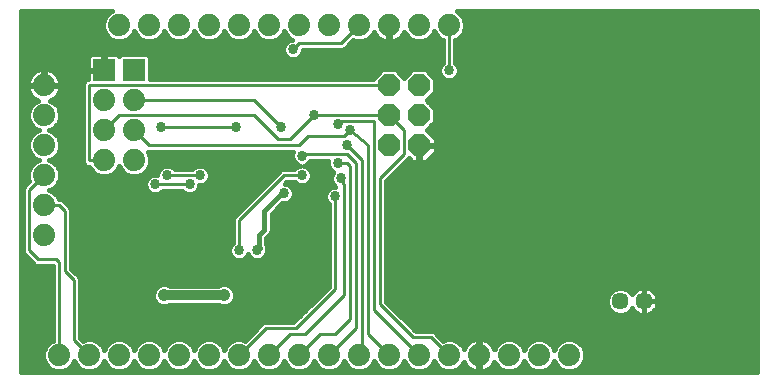
<source format=gbl>
G75*
%MOIN*%
%OFA0B0*%
%FSLAX24Y24*%
%IPPOS*%
%LPD*%
%AMOC8*
5,1,8,0,0,1.08239X$1,22.5*
%
%ADD10C,0.0740*%
%ADD11OC8,0.0740*%
%ADD12R,0.0740X0.0740*%
%ADD13C,0.0570*%
%ADD14C,0.0337*%
%ADD15C,0.0240*%
%ADD16C,0.0160*%
%ADD17C,0.0416*%
%ADD18C,0.0320*%
%ADD19C,0.0100*%
D10*
X001600Y000900D03*
X002600Y000900D03*
X003600Y000900D03*
X004600Y000900D03*
X005600Y000900D03*
X006600Y000900D03*
X007600Y000900D03*
X008600Y000900D03*
X009600Y000900D03*
X010600Y000900D03*
X011600Y000900D03*
X012600Y000900D03*
X013600Y000900D03*
X014600Y000900D03*
X015600Y000900D03*
X016600Y000900D03*
X017600Y000900D03*
X018600Y000900D03*
X004100Y007400D03*
X003100Y007400D03*
X003100Y008400D03*
X004100Y008400D03*
X004100Y009400D03*
X003100Y009400D03*
X001100Y008900D03*
X001100Y009900D03*
X001100Y007900D03*
X001100Y006900D03*
X001100Y005900D03*
X001100Y004900D03*
X003600Y011900D03*
X004600Y011900D03*
X005600Y011900D03*
X006600Y011900D03*
X007600Y011900D03*
X008600Y011900D03*
X009600Y011900D03*
X010600Y011900D03*
X011600Y011900D03*
X012600Y011900D03*
X013600Y011900D03*
X014600Y011900D03*
D11*
X013600Y009900D03*
X012600Y009900D03*
X012600Y008900D03*
X013600Y008900D03*
X013600Y007900D03*
X012600Y007900D03*
D12*
X004100Y010400D03*
X003100Y010400D03*
D13*
X020306Y002700D03*
X021094Y002700D03*
D14*
X022500Y004200D03*
X023900Y003900D03*
X023900Y002900D03*
X023900Y001800D03*
X018300Y001800D03*
X017100Y002000D03*
X016100Y002000D03*
X015100Y004700D03*
X014100Y005100D03*
X013100Y005100D03*
X010800Y006200D03*
X011000Y006800D03*
X010900Y007300D03*
X011200Y007900D03*
X011300Y008400D03*
X010900Y008600D03*
X010100Y008900D03*
X009000Y008500D03*
X007500Y008500D03*
X009700Y007550D03*
X009700Y006900D03*
X009100Y006300D03*
X008100Y006600D03*
X006300Y006900D03*
X005950Y006600D03*
X005200Y006900D03*
X004800Y006600D03*
X002500Y006150D03*
X005000Y008500D03*
X008500Y010300D03*
X009400Y011100D03*
X014600Y010400D03*
X010400Y005500D03*
X009000Y004400D03*
X008200Y004400D03*
X007600Y004400D03*
X023900Y005000D03*
D15*
X009100Y006300D02*
X009033Y006300D01*
X008265Y004465D02*
X008200Y004400D01*
D16*
X000330Y000330D02*
X000330Y012370D01*
X003350Y012370D01*
X003300Y012349D01*
X003151Y012200D01*
X003070Y012005D01*
X003070Y011795D01*
X003151Y011600D01*
X003300Y011451D01*
X003495Y011370D01*
X003705Y011370D01*
X003900Y011451D01*
X004049Y011600D01*
X004100Y011722D01*
X004151Y011600D01*
X004300Y011451D01*
X004495Y011370D01*
X004705Y011370D01*
X004900Y011451D01*
X005049Y011600D01*
X005100Y011722D01*
X005151Y011600D01*
X005300Y011451D01*
X005495Y011370D01*
X005705Y011370D01*
X005900Y011451D01*
X006049Y011600D01*
X006100Y011722D01*
X006151Y011600D01*
X006300Y011451D01*
X006495Y011370D01*
X006705Y011370D01*
X006900Y011451D01*
X007049Y011600D01*
X007100Y011722D01*
X007151Y011600D01*
X007300Y011451D01*
X007495Y011370D01*
X007705Y011370D01*
X007900Y011451D01*
X008049Y011600D01*
X008100Y011722D01*
X008151Y011600D01*
X008300Y011451D01*
X008495Y011370D01*
X008705Y011370D01*
X008900Y011451D01*
X009049Y011600D01*
X009100Y011722D01*
X009151Y011600D01*
X009300Y011451D01*
X009354Y011428D01*
X009335Y011428D01*
X009214Y011378D01*
X009122Y011286D01*
X009072Y011165D01*
X009072Y011035D01*
X009122Y010914D01*
X009214Y010822D01*
X009335Y010772D01*
X009465Y010772D01*
X009586Y010822D01*
X009678Y010914D01*
X009728Y011035D01*
X009728Y011090D01*
X011087Y011090D01*
X011404Y011407D01*
X011495Y011370D01*
X011705Y011370D01*
X011900Y011451D01*
X012049Y011600D01*
X012089Y011694D01*
X012090Y011689D01*
X012130Y011612D01*
X012180Y011542D01*
X012242Y011480D01*
X012312Y011430D01*
X012389Y011390D01*
X012471Y011364D01*
X012557Y011350D01*
X012580Y011350D01*
X012580Y011880D01*
X012620Y011880D01*
X012620Y011350D01*
X012643Y011350D01*
X012729Y011364D01*
X012811Y011390D01*
X012888Y011430D01*
X012958Y011480D01*
X013020Y011542D01*
X013070Y011612D01*
X013110Y011689D01*
X013111Y011694D01*
X013151Y011600D01*
X013300Y011451D01*
X013495Y011370D01*
X013705Y011370D01*
X013900Y011451D01*
X014049Y011600D01*
X014100Y011722D01*
X014151Y011600D01*
X014300Y011451D01*
X014390Y011413D01*
X014390Y010654D01*
X014322Y010586D01*
X014272Y010465D01*
X014272Y010335D01*
X014322Y010214D01*
X014414Y010122D01*
X014535Y010072D01*
X014665Y010072D01*
X014786Y010122D01*
X014878Y010214D01*
X014928Y010335D01*
X014928Y010465D01*
X014878Y010586D01*
X014810Y010654D01*
X014810Y011413D01*
X014900Y011451D01*
X015049Y011600D01*
X015130Y011795D01*
X015130Y012005D01*
X015049Y012200D01*
X014900Y012349D01*
X014850Y012370D01*
X024870Y012370D01*
X024870Y000330D01*
X000330Y000330D01*
X000330Y000482D02*
X001268Y000482D01*
X001300Y000451D02*
X001495Y000370D01*
X001705Y000370D01*
X001900Y000451D01*
X002049Y000600D01*
X002100Y000722D01*
X002151Y000600D01*
X002300Y000451D01*
X002495Y000370D01*
X002705Y000370D01*
X002900Y000451D01*
X003049Y000600D01*
X003100Y000722D01*
X003151Y000600D01*
X003300Y000451D01*
X003495Y000370D01*
X003705Y000370D01*
X003900Y000451D01*
X004049Y000600D01*
X004100Y000722D01*
X004151Y000600D01*
X004300Y000451D01*
X004495Y000370D01*
X004705Y000370D01*
X004900Y000451D01*
X005049Y000600D01*
X005100Y000722D01*
X005151Y000600D01*
X005300Y000451D01*
X005495Y000370D01*
X005705Y000370D01*
X005900Y000451D01*
X006049Y000600D01*
X006100Y000722D01*
X006151Y000600D01*
X006300Y000451D01*
X006495Y000370D01*
X006705Y000370D01*
X006900Y000451D01*
X007049Y000600D01*
X007100Y000722D01*
X007151Y000600D01*
X007300Y000451D01*
X007495Y000370D01*
X007705Y000370D01*
X007900Y000451D01*
X008049Y000600D01*
X008100Y000722D01*
X008151Y000600D01*
X008300Y000451D01*
X008495Y000370D01*
X008705Y000370D01*
X008900Y000451D01*
X009049Y000600D01*
X009100Y000722D01*
X009151Y000600D01*
X009300Y000451D01*
X009495Y000370D01*
X009705Y000370D01*
X009900Y000451D01*
X010049Y000600D01*
X010100Y000722D01*
X010151Y000600D01*
X010300Y000451D01*
X010495Y000370D01*
X010705Y000370D01*
X010900Y000451D01*
X011049Y000600D01*
X011100Y000722D01*
X011151Y000600D01*
X011300Y000451D01*
X011495Y000370D01*
X011705Y000370D01*
X011900Y000451D01*
X012049Y000600D01*
X012100Y000722D01*
X012151Y000600D01*
X012300Y000451D01*
X012495Y000370D01*
X012705Y000370D01*
X012900Y000451D01*
X013049Y000600D01*
X013100Y000722D01*
X013151Y000600D01*
X013300Y000451D01*
X013495Y000370D01*
X013705Y000370D01*
X013900Y000451D01*
X014049Y000600D01*
X014100Y000722D01*
X014151Y000600D01*
X014300Y000451D01*
X014495Y000370D01*
X014705Y000370D01*
X014900Y000451D01*
X015049Y000600D01*
X015089Y000694D01*
X015090Y000689D01*
X015130Y000612D01*
X015180Y000542D01*
X015242Y000480D01*
X015312Y000430D01*
X015389Y000390D01*
X015471Y000364D01*
X015557Y000350D01*
X015580Y000350D01*
X015580Y000880D01*
X015620Y000880D01*
X015620Y000350D01*
X015643Y000350D01*
X015729Y000364D01*
X015811Y000390D01*
X015888Y000430D01*
X015958Y000480D01*
X016020Y000542D01*
X016070Y000612D01*
X016110Y000689D01*
X016111Y000694D01*
X016151Y000600D01*
X016300Y000451D01*
X016495Y000370D01*
X016705Y000370D01*
X016900Y000451D01*
X017049Y000600D01*
X017100Y000722D01*
X017151Y000600D01*
X017300Y000451D01*
X017495Y000370D01*
X017705Y000370D01*
X017900Y000451D01*
X018049Y000600D01*
X018100Y000722D01*
X018151Y000600D01*
X018300Y000451D01*
X018495Y000370D01*
X018705Y000370D01*
X018900Y000451D01*
X019049Y000600D01*
X019130Y000795D01*
X019130Y001005D01*
X019049Y001200D01*
X018900Y001349D01*
X018705Y001430D01*
X018495Y001430D01*
X018300Y001349D01*
X018151Y001200D01*
X018100Y001078D01*
X018049Y001200D01*
X017900Y001349D01*
X017705Y001430D01*
X017495Y001430D01*
X017300Y001349D01*
X017151Y001200D01*
X017100Y001078D01*
X017049Y001200D01*
X016900Y001349D01*
X016705Y001430D01*
X016495Y001430D01*
X016300Y001349D01*
X016151Y001200D01*
X016111Y001106D01*
X016110Y001111D01*
X016070Y001188D01*
X016020Y001258D01*
X015958Y001320D01*
X015888Y001370D01*
X015811Y001410D01*
X015729Y001436D01*
X015643Y001450D01*
X015620Y001450D01*
X015620Y000920D01*
X015580Y000920D01*
X015580Y001450D01*
X015557Y001450D01*
X015471Y001436D01*
X015389Y001410D01*
X015312Y001370D01*
X015242Y001320D01*
X015180Y001258D01*
X015130Y001188D01*
X015090Y001111D01*
X015089Y001106D01*
X015049Y001200D01*
X014900Y001349D01*
X014705Y001430D01*
X014495Y001430D01*
X014404Y001393D01*
X014087Y001710D01*
X013487Y001710D01*
X012510Y002687D01*
X012510Y006713D01*
X013260Y007463D01*
X013372Y007350D01*
X013580Y007350D01*
X013580Y007880D01*
X013620Y007880D01*
X013620Y007920D01*
X014150Y007920D01*
X014150Y008128D01*
X013864Y008414D01*
X014130Y008680D01*
X014130Y009120D01*
X013850Y009400D01*
X014130Y009680D01*
X014130Y010120D01*
X013820Y010430D01*
X013380Y010430D01*
X013100Y010150D01*
X012820Y010430D01*
X012380Y010430D01*
X012070Y010120D01*
X012070Y010110D01*
X004630Y010110D01*
X004630Y010836D01*
X004536Y010930D01*
X003664Y010930D01*
X003614Y010880D01*
X003614Y010881D01*
X003581Y010914D01*
X003539Y010938D01*
X003494Y010950D01*
X003120Y010950D01*
X003120Y010420D01*
X003080Y010420D01*
X003080Y010950D01*
X002706Y010950D01*
X002661Y010938D01*
X002619Y010914D01*
X002586Y010881D01*
X002562Y010839D01*
X002550Y010794D01*
X002550Y010420D01*
X003080Y010420D01*
X003080Y010380D01*
X002550Y010380D01*
X002550Y010110D01*
X002513Y010110D01*
X002390Y009987D01*
X002390Y007313D01*
X002513Y007190D01*
X002613Y007190D01*
X002651Y007100D01*
X002800Y006951D01*
X002995Y006870D01*
X003205Y006870D01*
X003400Y006951D01*
X003549Y007100D01*
X003600Y007222D01*
X003651Y007100D01*
X003800Y006951D01*
X003995Y006870D01*
X004205Y006870D01*
X004400Y006951D01*
X004549Y007100D01*
X004630Y007295D01*
X004630Y007505D01*
X004554Y007690D01*
X009403Y007690D01*
X009372Y007615D01*
X009372Y007485D01*
X009422Y007364D01*
X009514Y007272D01*
X009626Y007225D01*
X009514Y007178D01*
X009446Y007110D01*
X009013Y007110D01*
X008890Y006987D01*
X007390Y005487D01*
X007390Y004654D01*
X007322Y004586D01*
X007272Y004465D01*
X007272Y004335D01*
X007322Y004214D01*
X007414Y004122D01*
X007535Y004072D01*
X007665Y004072D01*
X007786Y004122D01*
X007878Y004214D01*
X007900Y004266D01*
X007922Y004214D01*
X008014Y004122D01*
X008135Y004072D01*
X008265Y004072D01*
X008386Y004122D01*
X008478Y004214D01*
X008528Y004335D01*
X008528Y004369D01*
X008545Y004410D01*
X008545Y004521D01*
X008505Y004618D01*
X008505Y004801D01*
X008646Y004941D01*
X008683Y005029D01*
X008683Y005611D01*
X009044Y005972D01*
X009165Y005972D01*
X009286Y006022D01*
X009378Y006114D01*
X009428Y006235D01*
X009428Y006365D01*
X009378Y006486D01*
X009286Y006578D01*
X009165Y006628D01*
X009125Y006628D01*
X009187Y006690D01*
X009446Y006690D01*
X009514Y006622D01*
X009635Y006572D01*
X009765Y006572D01*
X009886Y006622D01*
X009978Y006714D01*
X010028Y006835D01*
X010028Y006965D01*
X009978Y007086D01*
X009886Y007178D01*
X009774Y007225D01*
X009886Y007272D01*
X009978Y007364D01*
X009989Y007390D01*
X010582Y007390D01*
X010572Y007365D01*
X010572Y007235D01*
X010622Y007114D01*
X010714Y007022D01*
X010744Y007009D01*
X010722Y006986D01*
X010672Y006865D01*
X010672Y006735D01*
X010722Y006614D01*
X010807Y006528D01*
X010735Y006528D01*
X010614Y006478D01*
X010522Y006386D01*
X010472Y006265D01*
X010472Y006135D01*
X010522Y006014D01*
X010590Y005946D01*
X010590Y003187D01*
X009413Y002010D01*
X008413Y002010D01*
X007796Y001393D01*
X007705Y001430D01*
X007495Y001430D01*
X007300Y001349D01*
X007151Y001200D01*
X007100Y001078D01*
X007049Y001200D01*
X006900Y001349D01*
X006705Y001430D01*
X006495Y001430D01*
X006300Y001349D01*
X006151Y001200D01*
X006100Y001078D01*
X006049Y001200D01*
X005900Y001349D01*
X005705Y001430D01*
X005495Y001430D01*
X005300Y001349D01*
X005151Y001200D01*
X005100Y001078D01*
X005049Y001200D01*
X004900Y001349D01*
X004705Y001430D01*
X004495Y001430D01*
X004300Y001349D01*
X004151Y001200D01*
X004100Y001078D01*
X004049Y001200D01*
X003900Y001349D01*
X003705Y001430D01*
X003495Y001430D01*
X003300Y001349D01*
X003151Y001200D01*
X003100Y001078D01*
X003049Y001200D01*
X002900Y001349D01*
X002705Y001430D01*
X002495Y001430D01*
X002404Y001393D01*
X002310Y001487D01*
X002310Y003487D01*
X002187Y003610D01*
X002010Y003787D01*
X002010Y005787D01*
X001887Y005910D01*
X001687Y006110D01*
X001587Y006110D01*
X001549Y006200D01*
X001400Y006349D01*
X001278Y006400D01*
X001400Y006451D01*
X001549Y006600D01*
X001630Y006795D01*
X001630Y007005D01*
X001549Y007200D01*
X001400Y007349D01*
X001278Y007400D01*
X001400Y007451D01*
X001549Y007600D01*
X001630Y007795D01*
X001630Y008005D01*
X001549Y008200D01*
X001400Y008349D01*
X001278Y008400D01*
X001400Y008451D01*
X001549Y008600D01*
X001630Y008795D01*
X001630Y009005D01*
X001549Y009200D01*
X001400Y009349D01*
X001306Y009389D01*
X001311Y009390D01*
X001388Y009430D01*
X001458Y009480D01*
X001520Y009542D01*
X001570Y009612D01*
X001610Y009689D01*
X001636Y009771D01*
X001650Y009857D01*
X001650Y009880D01*
X001120Y009880D01*
X001120Y009920D01*
X001080Y009920D01*
X001080Y010450D01*
X001057Y010450D01*
X000971Y010436D01*
X000889Y010410D01*
X000812Y010370D01*
X000742Y010320D01*
X000680Y010258D01*
X000630Y010188D01*
X000590Y010111D01*
X000564Y010029D01*
X000550Y009943D01*
X000550Y009920D01*
X001080Y009920D01*
X001080Y009880D01*
X000550Y009880D01*
X000550Y009857D01*
X000564Y009771D01*
X000590Y009689D01*
X000630Y009612D01*
X000680Y009542D01*
X000742Y009480D01*
X000812Y009430D01*
X000889Y009390D01*
X000894Y009389D01*
X000800Y009349D01*
X000651Y009200D01*
X000570Y009005D01*
X000570Y008795D01*
X000651Y008600D01*
X000800Y008451D01*
X000922Y008400D01*
X000800Y008349D01*
X000651Y008200D01*
X000570Y008005D01*
X000570Y007795D01*
X000651Y007600D01*
X000800Y007451D01*
X000922Y007400D01*
X000800Y007349D01*
X000651Y007200D01*
X000570Y007005D01*
X000570Y006795D01*
X000607Y006704D01*
X000513Y006610D01*
X000390Y006487D01*
X000390Y004313D01*
X000690Y004013D01*
X000813Y003890D01*
X001390Y003890D01*
X001390Y001387D01*
X001300Y001349D01*
X001151Y001200D01*
X001070Y001005D01*
X001070Y000795D01*
X001151Y000600D01*
X001300Y000451D01*
X001134Y000641D02*
X000330Y000641D01*
X000330Y000799D02*
X001070Y000799D01*
X001070Y000958D02*
X000330Y000958D01*
X000330Y001116D02*
X001116Y001116D01*
X001225Y001275D02*
X000330Y001275D01*
X000330Y001433D02*
X001390Y001433D01*
X001390Y001592D02*
X000330Y001592D01*
X000330Y001750D02*
X001390Y001750D01*
X001390Y001909D02*
X000330Y001909D01*
X000330Y002067D02*
X001390Y002067D01*
X001390Y002226D02*
X000330Y002226D01*
X000330Y002384D02*
X001390Y002384D01*
X001390Y002543D02*
X000330Y002543D01*
X000330Y002701D02*
X001390Y002701D01*
X001390Y002860D02*
X000330Y002860D01*
X000330Y003018D02*
X001390Y003018D01*
X001390Y003177D02*
X000330Y003177D01*
X000330Y003335D02*
X001390Y003335D01*
X001390Y003494D02*
X000330Y003494D01*
X000330Y003652D02*
X001390Y003652D01*
X001390Y003811D02*
X000330Y003811D01*
X000330Y003969D02*
X000734Y003969D01*
X000575Y004128D02*
X000330Y004128D01*
X000330Y004286D02*
X000417Y004286D01*
X000390Y004445D02*
X000330Y004445D01*
X000330Y004603D02*
X000390Y004603D01*
X000390Y004762D02*
X000330Y004762D01*
X000330Y004920D02*
X000390Y004920D01*
X000390Y005079D02*
X000330Y005079D01*
X000330Y005237D02*
X000390Y005237D01*
X000390Y005396D02*
X000330Y005396D01*
X000330Y005554D02*
X000390Y005554D01*
X000390Y005713D02*
X000330Y005713D01*
X000330Y005871D02*
X000390Y005871D01*
X000390Y006030D02*
X000330Y006030D01*
X000330Y006188D02*
X000390Y006188D01*
X000390Y006347D02*
X000330Y006347D01*
X000330Y006505D02*
X000408Y006505D01*
X000330Y006664D02*
X000567Y006664D01*
X000570Y006822D02*
X000330Y006822D01*
X000330Y006981D02*
X000570Y006981D01*
X000625Y007139D02*
X000330Y007139D01*
X000330Y007298D02*
X000748Y007298D01*
X000794Y007456D02*
X000330Y007456D01*
X000330Y007615D02*
X000645Y007615D01*
X000579Y007773D02*
X000330Y007773D01*
X000330Y007932D02*
X000570Y007932D01*
X000605Y008090D02*
X000330Y008090D01*
X000330Y008249D02*
X000699Y008249D01*
X000905Y008407D02*
X000330Y008407D01*
X000330Y008566D02*
X000685Y008566D01*
X000599Y008724D02*
X000330Y008724D01*
X000330Y008883D02*
X000570Y008883D01*
X000585Y009041D02*
X000330Y009041D01*
X000330Y009200D02*
X000650Y009200D01*
X000821Y009358D02*
X000330Y009358D01*
X000330Y009517D02*
X000706Y009517D01*
X000597Y009675D02*
X000330Y009675D01*
X000330Y009834D02*
X000554Y009834D01*
X000558Y009992D02*
X000330Y009992D01*
X000330Y010151D02*
X000610Y010151D01*
X000731Y010309D02*
X000330Y010309D01*
X000330Y010468D02*
X002550Y010468D01*
X002550Y010309D02*
X001469Y010309D01*
X001458Y010320D02*
X001388Y010370D01*
X001311Y010410D01*
X001229Y010436D01*
X001143Y010450D01*
X001120Y010450D01*
X001120Y009920D01*
X001650Y009920D01*
X001650Y009943D01*
X001636Y010029D01*
X001610Y010111D01*
X001570Y010188D01*
X001520Y010258D01*
X001458Y010320D01*
X001590Y010151D02*
X002550Y010151D01*
X002395Y009992D02*
X001642Y009992D01*
X001646Y009834D02*
X002390Y009834D01*
X002390Y009675D02*
X001603Y009675D01*
X001494Y009517D02*
X002390Y009517D01*
X002390Y009358D02*
X001379Y009358D01*
X001550Y009200D02*
X002390Y009200D01*
X002390Y009041D02*
X001615Y009041D01*
X001630Y008883D02*
X002390Y008883D01*
X002390Y008724D02*
X001601Y008724D01*
X001515Y008566D02*
X002390Y008566D01*
X002390Y008407D02*
X001295Y008407D01*
X001501Y008249D02*
X002390Y008249D01*
X002390Y008090D02*
X001595Y008090D01*
X001630Y007932D02*
X002390Y007932D01*
X002390Y007773D02*
X001621Y007773D01*
X001555Y007615D02*
X002390Y007615D01*
X002390Y007456D02*
X001406Y007456D01*
X001452Y007298D02*
X002405Y007298D01*
X002634Y007139D02*
X001575Y007139D01*
X001630Y006981D02*
X002770Y006981D01*
X003430Y006981D02*
X003770Y006981D01*
X003634Y007139D02*
X003566Y007139D01*
X004430Y006981D02*
X004878Y006981D01*
X004872Y006965D02*
X004872Y006926D01*
X004865Y006928D01*
X004735Y006928D01*
X004614Y006878D01*
X004522Y006786D01*
X004472Y006665D01*
X004472Y006535D01*
X004522Y006414D01*
X004614Y006322D01*
X004735Y006272D01*
X004865Y006272D01*
X004986Y006322D01*
X005054Y006390D01*
X005696Y006390D01*
X005764Y006322D01*
X005885Y006272D01*
X006015Y006272D01*
X006136Y006322D01*
X006228Y006414D01*
X006278Y006535D01*
X006278Y006572D01*
X006365Y006572D01*
X006486Y006622D01*
X006578Y006714D01*
X006628Y006835D01*
X006628Y006965D01*
X006578Y007086D01*
X006486Y007178D01*
X006365Y007228D01*
X006235Y007228D01*
X006114Y007178D01*
X006046Y007110D01*
X005454Y007110D01*
X005386Y007178D01*
X005265Y007228D01*
X005135Y007228D01*
X005014Y007178D01*
X004922Y007086D01*
X004872Y006965D01*
X004975Y007139D02*
X004566Y007139D01*
X004630Y007298D02*
X009488Y007298D01*
X009475Y007139D02*
X006525Y007139D01*
X006622Y006981D02*
X008884Y006981D01*
X008725Y006822D02*
X006623Y006822D01*
X006528Y006664D02*
X008567Y006664D01*
X008408Y006505D02*
X006266Y006505D01*
X006161Y006347D02*
X008250Y006347D01*
X008091Y006188D02*
X001554Y006188D01*
X001403Y006347D02*
X004589Y006347D01*
X004484Y006505D02*
X001455Y006505D01*
X001576Y006664D02*
X004472Y006664D01*
X004558Y006822D02*
X001630Y006822D01*
X001767Y006030D02*
X007933Y006030D01*
X007774Y005871D02*
X001926Y005871D01*
X002010Y005713D02*
X007616Y005713D01*
X007457Y005554D02*
X002010Y005554D01*
X002010Y005396D02*
X007390Y005396D01*
X007390Y005237D02*
X002010Y005237D01*
X002010Y005079D02*
X007390Y005079D01*
X007390Y004920D02*
X002010Y004920D01*
X002010Y004762D02*
X007390Y004762D01*
X007339Y004603D02*
X002010Y004603D01*
X002010Y004445D02*
X007272Y004445D01*
X007292Y004286D02*
X002010Y004286D01*
X002010Y004128D02*
X007408Y004128D01*
X007792Y004128D02*
X008008Y004128D01*
X008392Y004128D02*
X010590Y004128D01*
X010590Y004286D02*
X008508Y004286D01*
X008545Y004445D02*
X010590Y004445D01*
X010590Y004603D02*
X008511Y004603D01*
X008505Y004762D02*
X010590Y004762D01*
X010590Y004920D02*
X008625Y004920D01*
X008683Y005079D02*
X010590Y005079D01*
X010590Y005237D02*
X008683Y005237D01*
X008683Y005396D02*
X010590Y005396D01*
X010590Y005554D02*
X008683Y005554D01*
X008784Y005713D02*
X010590Y005713D01*
X010590Y005871D02*
X008943Y005871D01*
X009294Y006030D02*
X010515Y006030D01*
X010472Y006188D02*
X009409Y006188D01*
X009428Y006347D02*
X010505Y006347D01*
X010678Y006505D02*
X009359Y006505D01*
X009472Y006664D02*
X009161Y006664D01*
X009033Y006300D02*
X008443Y005710D01*
X008443Y005077D01*
X008265Y004900D01*
X008265Y004465D01*
X007308Y003212D02*
X007173Y003268D01*
X007027Y003268D01*
X006911Y003220D01*
X005289Y003220D01*
X005173Y003268D01*
X005027Y003268D01*
X004892Y003212D01*
X004788Y003108D01*
X004732Y002973D01*
X004732Y002827D01*
X004788Y002692D01*
X004892Y002588D01*
X005027Y002532D01*
X005173Y002532D01*
X005289Y002580D01*
X006911Y002580D01*
X007027Y002532D01*
X007173Y002532D01*
X007308Y002588D01*
X007412Y002692D01*
X007468Y002827D01*
X007468Y002973D01*
X007412Y003108D01*
X007308Y003212D01*
X007344Y003177D02*
X010580Y003177D01*
X010421Y003018D02*
X007449Y003018D01*
X007468Y002860D02*
X010263Y002860D01*
X010104Y002701D02*
X007416Y002701D01*
X007198Y002543D02*
X009946Y002543D01*
X009787Y002384D02*
X002310Y002384D01*
X002310Y002226D02*
X009629Y002226D01*
X009470Y002067D02*
X002310Y002067D01*
X002310Y001909D02*
X008312Y001909D01*
X008153Y001750D02*
X002310Y001750D01*
X002310Y001592D02*
X007995Y001592D01*
X007836Y001433D02*
X002364Y001433D01*
X002975Y001275D02*
X003225Y001275D01*
X003116Y001116D02*
X003084Y001116D01*
X003975Y001275D02*
X004225Y001275D01*
X004116Y001116D02*
X004084Y001116D01*
X004975Y001275D02*
X005225Y001275D01*
X005116Y001116D02*
X005084Y001116D01*
X005975Y001275D02*
X006225Y001275D01*
X006116Y001116D02*
X006084Y001116D01*
X006975Y001275D02*
X007225Y001275D01*
X007116Y001116D02*
X007084Y001116D01*
X007066Y000641D02*
X007134Y000641D01*
X007268Y000482D02*
X006932Y000482D01*
X006268Y000482D02*
X005932Y000482D01*
X006066Y000641D02*
X006134Y000641D01*
X005268Y000482D02*
X004932Y000482D01*
X005066Y000641D02*
X005134Y000641D01*
X004268Y000482D02*
X003932Y000482D01*
X004066Y000641D02*
X004134Y000641D01*
X003268Y000482D02*
X002932Y000482D01*
X003066Y000641D02*
X003134Y000641D01*
X002268Y000482D02*
X001932Y000482D01*
X002066Y000641D02*
X002134Y000641D01*
X002310Y002543D02*
X005002Y002543D01*
X005198Y002543D02*
X007002Y002543D01*
X004856Y003177D02*
X002310Y003177D01*
X002310Y003018D02*
X004751Y003018D01*
X004732Y002860D02*
X002310Y002860D01*
X002310Y002701D02*
X004784Y002701D01*
X002310Y003335D02*
X010590Y003335D01*
X010590Y003494D02*
X002303Y003494D01*
X002145Y003652D02*
X010590Y003652D01*
X010590Y003811D02*
X002010Y003811D01*
X002010Y003969D02*
X010590Y003969D01*
X012510Y003969D02*
X024870Y003969D01*
X024870Y003811D02*
X012510Y003811D01*
X012510Y003652D02*
X024870Y003652D01*
X024870Y003494D02*
X012510Y003494D01*
X012510Y003335D02*
X024870Y003335D01*
X024870Y003177D02*
X012510Y003177D01*
X012510Y003018D02*
X019995Y003018D01*
X020054Y003077D02*
X019929Y002952D01*
X019861Y002789D01*
X019861Y002611D01*
X019929Y002448D01*
X020054Y002323D01*
X020218Y002255D01*
X020395Y002255D01*
X020558Y002323D01*
X020684Y002448D01*
X020691Y002466D01*
X020696Y002456D01*
X020739Y002397D01*
X020791Y002345D01*
X020850Y002302D01*
X020915Y002269D01*
X020985Y002246D01*
X021057Y002235D01*
X021094Y002235D01*
X021130Y002235D01*
X021203Y002246D01*
X021272Y002269D01*
X021337Y002302D01*
X021397Y002345D01*
X021448Y002397D01*
X021491Y002456D01*
X021525Y002522D01*
X021547Y002591D01*
X021559Y002663D01*
X021559Y002700D01*
X021559Y002737D01*
X021547Y002809D01*
X021525Y002878D01*
X021491Y002944D01*
X021448Y003003D01*
X021397Y003055D01*
X021337Y003098D01*
X021272Y003131D01*
X021203Y003154D01*
X021130Y003165D01*
X021094Y003165D01*
X021094Y002700D01*
X021559Y002700D01*
X021094Y002700D01*
X021094Y002700D01*
X021094Y002235D01*
X021094Y002700D01*
X021094Y002700D01*
X021094Y002700D01*
X021094Y003165D01*
X021057Y003165D01*
X020985Y003154D01*
X020915Y003131D01*
X020850Y003098D01*
X020791Y003055D01*
X020739Y003003D01*
X020696Y002944D01*
X020691Y002934D01*
X020684Y002952D01*
X020558Y003077D01*
X020395Y003145D01*
X020218Y003145D01*
X020054Y003077D01*
X019891Y002860D02*
X012510Y002860D01*
X012510Y002701D02*
X019861Y002701D01*
X019890Y002543D02*
X012654Y002543D01*
X012813Y002384D02*
X019993Y002384D01*
X020620Y002384D02*
X020752Y002384D01*
X021094Y002384D02*
X021094Y002384D01*
X021094Y002543D02*
X021094Y002543D01*
X021094Y002701D02*
X021094Y002701D01*
X021094Y002860D02*
X021094Y002860D01*
X021094Y003018D02*
X021094Y003018D01*
X020754Y003018D02*
X020618Y003018D01*
X021433Y003018D02*
X024870Y003018D01*
X024870Y002860D02*
X021531Y002860D01*
X021559Y002701D02*
X024870Y002701D01*
X024870Y002543D02*
X021531Y002543D01*
X021435Y002384D02*
X024870Y002384D01*
X024870Y002226D02*
X012971Y002226D01*
X013130Y002067D02*
X024870Y002067D01*
X024870Y001909D02*
X013288Y001909D01*
X013447Y001750D02*
X024870Y001750D01*
X024870Y001592D02*
X014205Y001592D01*
X014364Y001433D02*
X015461Y001433D01*
X015580Y001433D02*
X015620Y001433D01*
X015739Y001433D02*
X024870Y001433D01*
X024870Y001275D02*
X018975Y001275D01*
X019084Y001116D02*
X024870Y001116D01*
X024870Y000958D02*
X019130Y000958D01*
X019130Y000799D02*
X024870Y000799D01*
X024870Y000641D02*
X019066Y000641D01*
X018932Y000482D02*
X024870Y000482D01*
X018268Y000482D02*
X017932Y000482D01*
X018066Y000641D02*
X018134Y000641D01*
X017268Y000482D02*
X016932Y000482D01*
X017066Y000641D02*
X017134Y000641D01*
X016268Y000482D02*
X015960Y000482D01*
X016085Y000641D02*
X016134Y000641D01*
X015620Y000641D02*
X015580Y000641D01*
X015580Y000482D02*
X015620Y000482D01*
X015240Y000482D02*
X014932Y000482D01*
X015066Y000641D02*
X015115Y000641D01*
X015580Y000799D02*
X015620Y000799D01*
X015620Y000958D02*
X015580Y000958D01*
X015580Y001116D02*
X015620Y001116D01*
X015620Y001275D02*
X015580Y001275D01*
X015197Y001275D02*
X014975Y001275D01*
X015084Y001116D02*
X015093Y001116D01*
X016003Y001275D02*
X016225Y001275D01*
X016116Y001116D02*
X016107Y001116D01*
X016975Y001275D02*
X017225Y001275D01*
X017116Y001116D02*
X017084Y001116D01*
X017975Y001275D02*
X018225Y001275D01*
X018116Y001116D02*
X018084Y001116D01*
X014268Y000482D02*
X013932Y000482D01*
X014066Y000641D02*
X014134Y000641D01*
X013268Y000482D02*
X012932Y000482D01*
X013066Y000641D02*
X013134Y000641D01*
X012268Y000482D02*
X011932Y000482D01*
X012066Y000641D02*
X012134Y000641D01*
X011268Y000482D02*
X010932Y000482D01*
X011066Y000641D02*
X011134Y000641D01*
X010268Y000482D02*
X009932Y000482D01*
X010066Y000641D02*
X010134Y000641D01*
X009268Y000482D02*
X008932Y000482D01*
X009066Y000641D02*
X009134Y000641D01*
X008268Y000482D02*
X007932Y000482D01*
X008066Y000641D02*
X008134Y000641D01*
X012510Y004128D02*
X024870Y004128D01*
X024870Y004286D02*
X012510Y004286D01*
X012510Y004445D02*
X024870Y004445D01*
X024870Y004603D02*
X012510Y004603D01*
X012510Y004762D02*
X024870Y004762D01*
X024870Y004920D02*
X012510Y004920D01*
X012510Y005079D02*
X024870Y005079D01*
X024870Y005237D02*
X012510Y005237D01*
X012510Y005396D02*
X024870Y005396D01*
X024870Y005554D02*
X012510Y005554D01*
X012510Y005713D02*
X024870Y005713D01*
X024870Y005871D02*
X012510Y005871D01*
X012510Y006030D02*
X024870Y006030D01*
X024870Y006188D02*
X012510Y006188D01*
X012510Y006347D02*
X024870Y006347D01*
X024870Y006505D02*
X012510Y006505D01*
X012510Y006664D02*
X024870Y006664D01*
X024870Y006822D02*
X012619Y006822D01*
X012778Y006981D02*
X024870Y006981D01*
X024870Y007139D02*
X012936Y007139D01*
X013095Y007298D02*
X024870Y007298D01*
X024870Y007456D02*
X013934Y007456D01*
X013828Y007350D02*
X014150Y007672D01*
X014150Y007880D01*
X013620Y007880D01*
X013620Y007350D01*
X013828Y007350D01*
X013620Y007456D02*
X013580Y007456D01*
X013580Y007615D02*
X013620Y007615D01*
X013620Y007773D02*
X013580Y007773D01*
X013266Y007456D02*
X013253Y007456D01*
X014092Y007615D02*
X024870Y007615D01*
X024870Y007773D02*
X014150Y007773D01*
X014150Y007932D02*
X024870Y007932D01*
X024870Y008090D02*
X014150Y008090D01*
X014029Y008249D02*
X024870Y008249D01*
X024870Y008407D02*
X013871Y008407D01*
X014015Y008566D02*
X024870Y008566D01*
X024870Y008724D02*
X014130Y008724D01*
X014130Y008883D02*
X024870Y008883D01*
X024870Y009041D02*
X014130Y009041D01*
X014050Y009200D02*
X024870Y009200D01*
X024870Y009358D02*
X013891Y009358D01*
X013966Y009517D02*
X024870Y009517D01*
X024870Y009675D02*
X014125Y009675D01*
X014130Y009834D02*
X024870Y009834D01*
X024870Y009992D02*
X014130Y009992D01*
X014099Y010151D02*
X014385Y010151D01*
X014282Y010309D02*
X013940Y010309D01*
X014272Y010468D02*
X004630Y010468D01*
X004630Y010309D02*
X012260Y010309D01*
X012101Y010151D02*
X004630Y010151D01*
X004630Y010626D02*
X014362Y010626D01*
X014390Y010785D02*
X009497Y010785D01*
X009303Y010785D02*
X004630Y010785D01*
X004823Y011419D02*
X005377Y011419D01*
X005173Y011577D02*
X005027Y011577D01*
X004377Y011419D02*
X003823Y011419D01*
X004027Y011577D02*
X004173Y011577D01*
X003377Y011419D02*
X000330Y011419D01*
X000330Y011577D02*
X003173Y011577D01*
X003094Y011736D02*
X000330Y011736D01*
X000330Y011894D02*
X003070Y011894D01*
X003090Y012053D02*
X000330Y012053D01*
X000330Y012211D02*
X003162Y012211D01*
X003349Y012370D02*
X000330Y012370D01*
X000330Y011260D02*
X009111Y011260D01*
X009072Y011102D02*
X000330Y011102D01*
X000330Y010943D02*
X002680Y010943D01*
X002550Y010785D02*
X000330Y010785D01*
X000330Y010626D02*
X002550Y010626D01*
X003080Y010626D02*
X003120Y010626D01*
X003120Y010785D02*
X003080Y010785D01*
X003080Y010943D02*
X003120Y010943D01*
X003520Y010943D02*
X009110Y010943D01*
X009690Y010943D02*
X014390Y010943D01*
X014390Y011102D02*
X011099Y011102D01*
X011257Y011260D02*
X014390Y011260D01*
X014810Y011260D02*
X024870Y011260D01*
X024870Y011102D02*
X014810Y011102D01*
X014810Y010943D02*
X024870Y010943D01*
X024870Y010785D02*
X014810Y010785D01*
X014838Y010626D02*
X024870Y010626D01*
X024870Y010468D02*
X014928Y010468D01*
X014918Y010309D02*
X024870Y010309D01*
X024870Y010151D02*
X014815Y010151D01*
X013260Y010309D02*
X012940Y010309D01*
X013099Y010151D02*
X013101Y010151D01*
X012867Y011419D02*
X013377Y011419D01*
X013173Y011577D02*
X013045Y011577D01*
X012620Y011577D02*
X012580Y011577D01*
X012580Y011419D02*
X012620Y011419D01*
X012333Y011419D02*
X011823Y011419D01*
X012027Y011577D02*
X012155Y011577D01*
X012580Y011736D02*
X012620Y011736D01*
X013823Y011419D02*
X014377Y011419D01*
X014173Y011577D02*
X014027Y011577D01*
X014823Y011419D02*
X024870Y011419D01*
X024870Y011577D02*
X015027Y011577D01*
X015106Y011736D02*
X024870Y011736D01*
X024870Y011894D02*
X015130Y011894D01*
X015110Y012053D02*
X024870Y012053D01*
X024870Y012211D02*
X015038Y012211D01*
X014851Y012370D02*
X024870Y012370D01*
X010719Y006981D02*
X010022Y006981D01*
X010023Y006822D02*
X010672Y006822D01*
X010701Y006664D02*
X009928Y006664D01*
X009925Y007139D02*
X010611Y007139D01*
X010572Y007298D02*
X009912Y007298D01*
X009383Y007456D02*
X004630Y007456D01*
X004585Y007615D02*
X009372Y007615D01*
X006075Y007139D02*
X005425Y007139D01*
X005739Y006347D02*
X005011Y006347D01*
X001120Y009992D02*
X001080Y009992D01*
X001080Y010151D02*
X001120Y010151D01*
X001120Y010309D02*
X001080Y010309D01*
X003080Y010468D02*
X003120Y010468D01*
X005823Y011419D02*
X006377Y011419D01*
X006173Y011577D02*
X006027Y011577D01*
X006823Y011419D02*
X007377Y011419D01*
X007173Y011577D02*
X007027Y011577D01*
X007823Y011419D02*
X008377Y011419D01*
X008173Y011577D02*
X008027Y011577D01*
X008823Y011419D02*
X009311Y011419D01*
X009173Y011577D02*
X009027Y011577D01*
D17*
X018100Y009900D03*
X018600Y009400D03*
X018100Y008900D03*
X018600Y008400D03*
X019100Y007900D03*
X019600Y008400D03*
X019100Y008900D03*
X019600Y009400D03*
X020100Y008900D03*
X020600Y009400D03*
X021100Y008900D03*
X021600Y009400D03*
X022100Y008900D03*
X021600Y008400D03*
X021100Y007900D03*
X020600Y008400D03*
X020100Y007900D03*
X020100Y009900D03*
X019600Y010400D03*
X019100Y009900D03*
X018600Y010400D03*
X020600Y010400D03*
X021100Y009900D03*
X021600Y010400D03*
X022100Y009900D03*
X007100Y002900D03*
X005100Y002900D03*
D18*
X007100Y002900D01*
D19*
X008500Y001800D02*
X007600Y000900D01*
X008600Y000900D02*
X009300Y001600D01*
X009800Y001600D01*
X011100Y002900D01*
X011100Y006500D01*
X011100Y006580D01*
X011000Y006800D01*
X011300Y007200D02*
X011300Y002100D01*
X010800Y001600D01*
X010300Y001600D01*
X009600Y000900D01*
X010600Y000900D02*
X011500Y001800D01*
X011500Y007300D01*
X011200Y007600D01*
X009750Y007600D01*
X009700Y007550D01*
X009600Y007900D02*
X009900Y008200D01*
X011100Y008200D01*
X011300Y008400D01*
X011900Y007900D01*
X011900Y001600D01*
X012600Y000900D01*
X013600Y000900D02*
X012100Y002400D01*
X012100Y008700D01*
X011000Y008700D01*
X010900Y008600D01*
X010100Y008900D02*
X012600Y008900D01*
X013100Y008400D01*
X013100Y007600D01*
X012300Y006800D01*
X012300Y002600D01*
X013400Y001500D01*
X014000Y001500D01*
X014600Y000900D01*
X011700Y001000D02*
X011600Y000900D01*
X011700Y001000D02*
X011700Y007400D01*
X011200Y007900D01*
X011200Y007300D02*
X010900Y007300D01*
X011200Y007300D02*
X011300Y007200D01*
X009700Y006900D02*
X009100Y006900D01*
X007600Y005400D01*
X007600Y004400D01*
X009500Y001800D02*
X010800Y003100D01*
X010800Y006200D01*
X009600Y007900D02*
X004600Y007900D01*
X004100Y008400D01*
X005000Y008500D02*
X007500Y008500D01*
X008100Y008900D02*
X008900Y008100D01*
X009300Y008100D01*
X010100Y008900D01*
X009000Y008500D02*
X008100Y009400D01*
X004100Y009400D01*
X003600Y008900D02*
X008100Y008900D01*
X009400Y011100D02*
X009600Y011300D01*
X011000Y011300D01*
X011600Y011900D01*
X014600Y011900D02*
X014600Y010400D01*
X012600Y009900D02*
X002600Y009900D01*
X002600Y007400D01*
X003100Y007400D01*
X004800Y006600D02*
X005950Y006600D01*
X006300Y006900D02*
X005200Y006900D01*
X003600Y008900D02*
X003100Y008400D01*
X001100Y006900D02*
X000600Y006400D01*
X000600Y004400D01*
X000900Y004100D01*
X001500Y004100D01*
X001600Y004000D01*
X001600Y000900D01*
X002100Y001400D02*
X002600Y000900D01*
X002100Y001400D02*
X002100Y003400D01*
X001800Y003700D01*
X001800Y005700D01*
X001600Y005900D01*
X001100Y005900D01*
X008500Y001800D02*
X009500Y001800D01*
M02*

</source>
